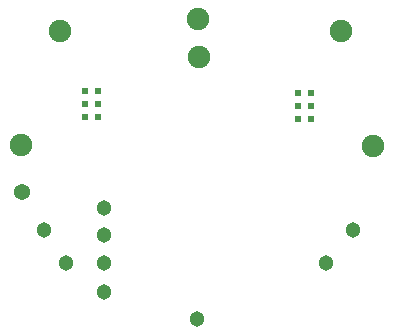
<source format=gbs>
G04 Layer_Color=16711935*
%FSLAX25Y25*%
%MOIN*%
G70*
G01*
G75*
%ADD73C,0.05124*%
%ADD74C,0.07487*%
%ADD75C,0.02369*%
%ADD76C,0.05400*%
D73*
X405118Y194094D02*
D03*
X479134Y203937D02*
D03*
X385039Y214961D02*
D03*
X405118Y222047D02*
D03*
X392520Y203937D02*
D03*
X436221Y185039D02*
D03*
X405118Y203937D02*
D03*
X405118Y212992D02*
D03*
X488189Y214961D02*
D03*
D74*
X377362Y243012D02*
D03*
X390551Y281102D02*
D03*
X436614Y285039D02*
D03*
X494882Y242913D02*
D03*
X436713Y272441D02*
D03*
X484252Y281102D02*
D03*
D75*
X403150Y261014D02*
D03*
Y256683D02*
D03*
Y252352D02*
D03*
X398819Y261014D02*
D03*
Y256683D02*
D03*
Y252352D02*
D03*
X469685Y251969D02*
D03*
Y256299D02*
D03*
Y260630D02*
D03*
X474016Y251969D02*
D03*
Y256299D02*
D03*
Y260630D02*
D03*
D76*
X377756Y227362D02*
D03*
M02*

</source>
